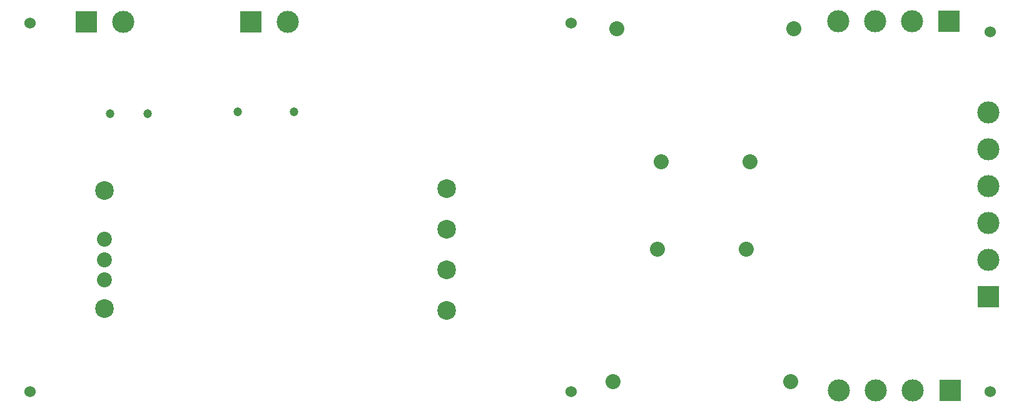
<source format=gbr>
%TF.GenerationSoftware,Altium Limited,Altium Designer,18.0.11 (651)*%
G04 Layer_Physical_Order=2*
G04 Layer_Color=16711680*
%FSLAX26Y26*%
%MOIN*%
%TF.FileFunction,Copper,L2,Bot,Signal*%
%TF.Part,Single*%
G01*
G75*
%TA.AperFunction,ComponentPad*%
%ADD25C,0.047244*%
%ADD26C,0.099606*%
%ADD27C,0.079921*%
%ADD28C,0.080000*%
%ADD29C,0.118110*%
%ADD30R,0.118110X0.118110*%
%ADD31R,0.118110X0.118110*%
%TA.AperFunction,WasherPad*%
%ADD32C,0.060000*%
D25*
X3995000Y3930000D02*
D03*
X3795000D02*
D03*
X4475000Y3940000D02*
D03*
X4775000D02*
D03*
D26*
X5587992Y2880197D02*
D03*
Y3096732D02*
D03*
Y3529803D02*
D03*
Y3313268D02*
D03*
X3762008Y3519961D02*
D03*
Y2890039D02*
D03*
D27*
Y3042402D02*
D03*
Y3259331D02*
D03*
Y3150669D02*
D03*
D28*
X6475118Y2500000D02*
D03*
X7420000D02*
D03*
X7183779Y3208661D02*
D03*
X6711339D02*
D03*
X7202110Y3675000D02*
D03*
X6729669D02*
D03*
X6493449Y4383661D02*
D03*
X7438331D02*
D03*
D29*
X7870000Y4425000D02*
D03*
X8066850D02*
D03*
X7673150D02*
D03*
X8475000Y3348150D02*
D03*
Y3151299D02*
D03*
Y3545000D02*
D03*
Y3741850D02*
D03*
Y3938701D02*
D03*
X4741850Y4420000D02*
D03*
X3865000D02*
D03*
X7678150Y2455000D02*
D03*
X8071850D02*
D03*
X7875000D02*
D03*
D30*
X8263701Y4425000D02*
D03*
X4545000Y4420000D02*
D03*
X3668150D02*
D03*
X8268701Y2455000D02*
D03*
D31*
X8475000Y2954449D02*
D03*
D32*
X8484961Y2446850D02*
D03*
X6250709D02*
D03*
X3366850D02*
D03*
X8484961Y4368662D02*
D03*
X6250709Y4415354D02*
D03*
X3366850D02*
D03*
%TF.MD5,3d2194996350b2987d03b4f3dd68929b*%
M02*

</source>
